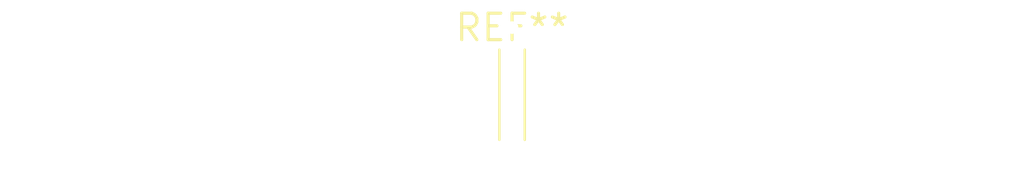
<source format=kicad_pcb>
(kicad_pcb (version 20240108) (generator pcbnew)
  (layers (0 "F.Cu" signal) (31 "B.Cu" signal) (34 "B.Paste" user) (35 "F.Paste" user) (36 "B.SilkS" user "B.Silkscreen") (37 "F.SilkS" user "F.Silkscreen") (38 "B.Mask" user) (39 "F.Mask" user) (44 "Edge.Cuts" user))
  (net 0 "")
  (footprint "SolderWire-0.1sqmm_1x01_D0.4mm_OD1mm_Relief" (layer "F.Cu") (at 0 0)
    (property "Reference" "REF**")
    (property "Value" "SolderWire-0.1sqmm_1x01_D0.4mm_OD1mm_Relief")
    (fp_line (start -0.61 1.06) (end -0.61 5.39) (layer "F.SilkS") (stroke (width 0.12)))
    (fp_line (start 0.61 1.06) (end 0.61 5.39) (layer "F.SilkS") (stroke (width 0.12)))
    (pad "" np_thru_hole circle (at 0 6) (size 1.5 1.5) (drill 1.5) (layers *.Cu *.Mask))
    (pad "1" thru_hole roundrect (at 0 0) (size 1.6 1.6) (drill 0.6) (layers *.Cu *.Mask) (remove_unused_layers) (roundrect_rratio 0.15625))
  )
)
</source>
